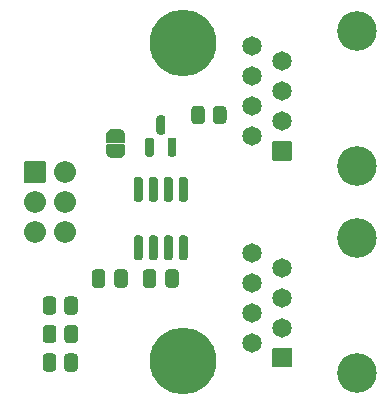
<source format=gts>
G04 #@! TF.GenerationSoftware,KiCad,Pcbnew,6.0.10-86aedd382b~118~ubuntu18.04.1*
G04 #@! TF.CreationDate,2025-04-04T15:15:07-06:00*
G04 #@! TF.ProjectId,mss-xcade-can,6d73732d-7863-4616-9465-2d63616e2e6b,rev?*
G04 #@! TF.SameCoordinates,Original*
G04 #@! TF.FileFunction,Soldermask,Top*
G04 #@! TF.FilePolarity,Negative*
%FSLAX46Y46*%
G04 Gerber Fmt 4.6, Leading zero omitted, Abs format (unit mm)*
G04 Created by KiCad (PCBNEW 6.0.10-86aedd382b~118~ubuntu18.04.1) date 2025-04-04 15:15:07*
%MOMM*%
%LPD*%
G01*
G04 APERTURE LIST*
%ADD10C,3.352400*%
%ADD11C,1.652400*%
%ADD12O,1.852400X1.852400*%
%ADD13C,5.652400*%
G04 APERTURE END LIST*
D10*
X106152000Y-129032000D03*
X106152000Y-117602000D03*
G36*
G01*
X100552000Y-128588200D02*
X99052000Y-128588200D01*
G75*
G02*
X98975800Y-128512000I0J76200D01*
G01*
X98975800Y-127012000D01*
G75*
G02*
X99052000Y-126935800I76200J0D01*
G01*
X100552000Y-126935800D01*
G75*
G02*
X100628200Y-127012000I0J-76200D01*
G01*
X100628200Y-128512000D01*
G75*
G02*
X100552000Y-128588200I-76200J0D01*
G01*
G37*
D11*
X97262000Y-126492000D03*
X99802000Y-125222000D03*
X97262000Y-123952000D03*
X99802000Y-122682000D03*
X97262000Y-121412000D03*
X99802000Y-120142000D03*
X97262000Y-118872000D03*
G36*
G01*
X88735000Y-128243200D02*
X88435000Y-128243200D01*
G75*
G02*
X88208800Y-128017000I0J226200D01*
G01*
X88208800Y-126842000D01*
G75*
G02*
X88435000Y-126615800I226200J0D01*
G01*
X88735000Y-126615800D01*
G75*
G02*
X88961200Y-126842000I0J-226200D01*
G01*
X88961200Y-128017000D01*
G75*
G02*
X88735000Y-128243200I-226200J0D01*
G01*
G37*
G36*
G01*
X90635000Y-128243200D02*
X90335000Y-128243200D01*
G75*
G02*
X90108800Y-128017000I0J226200D01*
G01*
X90108800Y-126842000D01*
G75*
G02*
X90335000Y-126615800I226200J0D01*
G01*
X90635000Y-126615800D01*
G75*
G02*
X90861200Y-126842000I0J-226200D01*
G01*
X90861200Y-128017000D01*
G75*
G02*
X90635000Y-128243200I-226200J0D01*
G01*
G37*
G36*
G01*
X89685000Y-126368200D02*
X89385000Y-126368200D01*
G75*
G02*
X89158800Y-126142000I0J226200D01*
G01*
X89158800Y-124967000D01*
G75*
G02*
X89385000Y-124740800I226200J0D01*
G01*
X89685000Y-124740800D01*
G75*
G02*
X89911200Y-124967000I0J-226200D01*
G01*
X89911200Y-126142000D01*
G75*
G02*
X89685000Y-126368200I-226200J0D01*
G01*
G37*
G36*
G01*
X77935800Y-130405000D02*
X77935800Y-128705000D01*
G75*
G02*
X78012000Y-128628800I76200J0D01*
G01*
X79712000Y-128628800D01*
G75*
G02*
X79788200Y-128705000I0J-76200D01*
G01*
X79788200Y-130405000D01*
G75*
G02*
X79712000Y-130481200I-76200J0D01*
G01*
X78012000Y-130481200D01*
G75*
G02*
X77935800Y-130405000I0J76200D01*
G01*
G37*
D12*
X81402000Y-129555000D03*
X78862000Y-132095000D03*
X81402000Y-132095000D03*
X78862000Y-134635000D03*
X81402000Y-134635000D03*
G36*
G01*
X79524800Y-141293000D02*
X79524800Y-140393000D01*
G75*
G02*
X79851000Y-140066800I326200J0D01*
G01*
X80376000Y-140066800D01*
G75*
G02*
X80702200Y-140393000I0J-326200D01*
G01*
X80702200Y-141293000D01*
G75*
G02*
X80376000Y-141619200I-326200J0D01*
G01*
X79851000Y-141619200D01*
G75*
G02*
X79524800Y-141293000I0J326200D01*
G01*
G37*
G36*
G01*
X81349800Y-141293000D02*
X81349800Y-140393000D01*
G75*
G02*
X81676000Y-140066800I326200J0D01*
G01*
X82201000Y-140066800D01*
G75*
G02*
X82527200Y-140393000I0J-326200D01*
G01*
X82527200Y-141293000D01*
G75*
G02*
X82201000Y-141619200I-326200J0D01*
G01*
X81676000Y-141619200D01*
G75*
G02*
X81349800Y-141293000I0J326200D01*
G01*
G37*
G36*
G01*
X83690800Y-139032000D02*
X83690800Y-138082000D01*
G75*
G02*
X84017000Y-137755800I326200J0D01*
G01*
X84517000Y-137755800D01*
G75*
G02*
X84843200Y-138082000I0J-326200D01*
G01*
X84843200Y-139032000D01*
G75*
G02*
X84517000Y-139358200I-326200J0D01*
G01*
X84017000Y-139358200D01*
G75*
G02*
X83690800Y-139032000I0J326200D01*
G01*
G37*
G36*
G01*
X85590800Y-139032000D02*
X85590800Y-138082000D01*
G75*
G02*
X85917000Y-137755800I326200J0D01*
G01*
X86417000Y-137755800D01*
G75*
G02*
X86743200Y-138082000I0J-326200D01*
G01*
X86743200Y-139032000D01*
G75*
G02*
X86417000Y-139358200I-326200J0D01*
G01*
X85917000Y-139358200D01*
G75*
G02*
X85590800Y-139032000I0J326200D01*
G01*
G37*
D13*
X91440000Y-145542000D03*
D10*
X106152000Y-146522500D03*
X106152000Y-135092500D03*
G36*
G01*
X100552000Y-146078700D02*
X99052000Y-146078700D01*
G75*
G02*
X98975800Y-146002500I0J76200D01*
G01*
X98975800Y-144502500D01*
G75*
G02*
X99052000Y-144426300I76200J0D01*
G01*
X100552000Y-144426300D01*
G75*
G02*
X100628200Y-144502500I0J-76200D01*
G01*
X100628200Y-146002500D01*
G75*
G02*
X100552000Y-146078700I-76200J0D01*
G01*
G37*
D11*
X97262000Y-143982500D03*
X99802000Y-142712500D03*
X97262000Y-141442500D03*
X99802000Y-140172500D03*
X97262000Y-138902500D03*
X99802000Y-137632500D03*
X97262000Y-136362500D03*
G36*
G01*
X82527200Y-142806000D02*
X82527200Y-143706000D01*
G75*
G02*
X82201000Y-144032200I-326200J0D01*
G01*
X81676000Y-144032200D01*
G75*
G02*
X81349800Y-143706000I0J326200D01*
G01*
X81349800Y-142806000D01*
G75*
G02*
X81676000Y-142479800I326200J0D01*
G01*
X82201000Y-142479800D01*
G75*
G02*
X82527200Y-142806000I0J-326200D01*
G01*
G37*
G36*
G01*
X80702200Y-142806000D02*
X80702200Y-143706000D01*
G75*
G02*
X80376000Y-144032200I-326200J0D01*
G01*
X79851000Y-144032200D01*
G75*
G02*
X79524800Y-143706000I0J326200D01*
G01*
X79524800Y-142806000D01*
G75*
G02*
X79851000Y-142479800I326200J0D01*
G01*
X80376000Y-142479800D01*
G75*
G02*
X80702200Y-142806000I0J-326200D01*
G01*
G37*
G36*
X84901627Y-127228020D02*
G01*
X84946768Y-127201958D01*
X84960000Y-127200800D01*
X86460000Y-127200800D01*
X86508980Y-127218627D01*
X86535042Y-127263768D01*
X86536200Y-127277000D01*
X86536200Y-127777000D01*
X86530983Y-127791334D01*
X86529755Y-127858337D01*
X86526301Y-127879664D01*
X86484026Y-128014979D01*
X86474725Y-128034480D01*
X86396170Y-128152490D01*
X86381769Y-128168596D01*
X86273250Y-128259816D01*
X86254908Y-128271233D01*
X86125149Y-128328328D01*
X86104340Y-128334138D01*
X85974932Y-128351060D01*
X85973232Y-128352042D01*
X85960000Y-128353200D01*
X85460000Y-128353200D01*
X85457934Y-128352448D01*
X85442167Y-128352256D01*
X85302090Y-128330445D01*
X85281430Y-128324128D01*
X85153105Y-128263880D01*
X85135047Y-128252018D01*
X85028789Y-128158174D01*
X85014787Y-128141721D01*
X84939139Y-128021826D01*
X84930317Y-128002105D01*
X84891360Y-127865798D01*
X84888427Y-127844392D01*
X84888718Y-127796745D01*
X84884958Y-127790232D01*
X84883800Y-127777000D01*
X84883800Y-127277000D01*
X84901627Y-127228020D01*
G37*
G36*
X84888925Y-126462919D02*
G01*
X84889293Y-126402630D01*
X84892487Y-126381262D01*
X84933106Y-126245441D01*
X84942168Y-126225828D01*
X85019275Y-126106866D01*
X85033478Y-126090585D01*
X85140875Y-125998047D01*
X85159076Y-125986408D01*
X85288128Y-125927731D01*
X85308865Y-125921667D01*
X85449198Y-125901570D01*
X85460000Y-125900800D01*
X85960000Y-125900800D01*
X85960929Y-125900806D01*
X85973145Y-125900955D01*
X85984858Y-125902005D01*
X86124659Y-125925525D01*
X86145242Y-125932094D01*
X86272821Y-125993906D01*
X86290732Y-126005987D01*
X86395836Y-126101122D01*
X86409637Y-126117745D01*
X86483814Y-126238555D01*
X86492394Y-126258383D01*
X86529683Y-126395156D01*
X86532353Y-126416596D01*
X86531598Y-126457802D01*
X86535042Y-126463768D01*
X86536200Y-126477000D01*
X86536200Y-126977000D01*
X86518373Y-127025980D01*
X86473232Y-127052042D01*
X86460000Y-127053200D01*
X84960000Y-127053200D01*
X84911020Y-127035373D01*
X84884958Y-126990232D01*
X84883800Y-126977000D01*
X84883800Y-126477000D01*
X84888925Y-126462919D01*
G37*
D13*
X91440000Y-118618000D03*
G36*
G01*
X91061200Y-138082000D02*
X91061200Y-139032000D01*
G75*
G02*
X90735000Y-139358200I-326200J0D01*
G01*
X90235000Y-139358200D01*
G75*
G02*
X89908800Y-139032000I0J326200D01*
G01*
X89908800Y-138082000D01*
G75*
G02*
X90235000Y-137755800I326200J0D01*
G01*
X90735000Y-137755800D01*
G75*
G02*
X91061200Y-138082000I0J-326200D01*
G01*
G37*
G36*
G01*
X89161200Y-138082000D02*
X89161200Y-139032000D01*
G75*
G02*
X88835000Y-139358200I-326200J0D01*
G01*
X88335000Y-139358200D01*
G75*
G02*
X88008800Y-139032000I0J326200D01*
G01*
X88008800Y-138082000D01*
G75*
G02*
X88335000Y-137755800I326200J0D01*
G01*
X88835000Y-137755800D01*
G75*
G02*
X89161200Y-138082000I0J-326200D01*
G01*
G37*
G36*
G01*
X95100200Y-124264000D02*
X95100200Y-125164000D01*
G75*
G02*
X94774000Y-125490200I-326200J0D01*
G01*
X94249000Y-125490200D01*
G75*
G02*
X93922800Y-125164000I0J326200D01*
G01*
X93922800Y-124264000D01*
G75*
G02*
X94249000Y-123937800I326200J0D01*
G01*
X94774000Y-123937800D01*
G75*
G02*
X95100200Y-124264000I0J-326200D01*
G01*
G37*
G36*
G01*
X93275200Y-124264000D02*
X93275200Y-125164000D01*
G75*
G02*
X92949000Y-125490200I-326200J0D01*
G01*
X92424000Y-125490200D01*
G75*
G02*
X92097800Y-125164000I0J326200D01*
G01*
X92097800Y-124264000D01*
G75*
G02*
X92424000Y-123937800I326200J0D01*
G01*
X92949000Y-123937800D01*
G75*
G02*
X93275200Y-124264000I0J-326200D01*
G01*
G37*
G36*
G01*
X79524800Y-146119000D02*
X79524800Y-145219000D01*
G75*
G02*
X79851000Y-144892800I326200J0D01*
G01*
X80376000Y-144892800D01*
G75*
G02*
X80702200Y-145219000I0J-326200D01*
G01*
X80702200Y-146119000D01*
G75*
G02*
X80376000Y-146445200I-326200J0D01*
G01*
X79851000Y-146445200D01*
G75*
G02*
X79524800Y-146119000I0J326200D01*
G01*
G37*
G36*
G01*
X81349800Y-146119000D02*
X81349800Y-145219000D01*
G75*
G02*
X81676000Y-144892800I326200J0D01*
G01*
X82201000Y-144892800D01*
G75*
G02*
X82527200Y-145219000I0J-326200D01*
G01*
X82527200Y-146119000D01*
G75*
G02*
X82201000Y-146445200I-326200J0D01*
G01*
X81676000Y-146445200D01*
G75*
G02*
X81349800Y-146119000I0J326200D01*
G01*
G37*
G36*
G01*
X87780000Y-137003200D02*
X87480000Y-137003200D01*
G75*
G02*
X87253800Y-136777000I0J226200D01*
G01*
X87253800Y-135127000D01*
G75*
G02*
X87480000Y-134900800I226200J0D01*
G01*
X87780000Y-134900800D01*
G75*
G02*
X88006200Y-135127000I0J-226200D01*
G01*
X88006200Y-136777000D01*
G75*
G02*
X87780000Y-137003200I-226200J0D01*
G01*
G37*
G36*
G01*
X89050000Y-137003200D02*
X88750000Y-137003200D01*
G75*
G02*
X88523800Y-136777000I0J226200D01*
G01*
X88523800Y-135127000D01*
G75*
G02*
X88750000Y-134900800I226200J0D01*
G01*
X89050000Y-134900800D01*
G75*
G02*
X89276200Y-135127000I0J-226200D01*
G01*
X89276200Y-136777000D01*
G75*
G02*
X89050000Y-137003200I-226200J0D01*
G01*
G37*
G36*
G01*
X90320000Y-137003200D02*
X90020000Y-137003200D01*
G75*
G02*
X89793800Y-136777000I0J226200D01*
G01*
X89793800Y-135127000D01*
G75*
G02*
X90020000Y-134900800I226200J0D01*
G01*
X90320000Y-134900800D01*
G75*
G02*
X90546200Y-135127000I0J-226200D01*
G01*
X90546200Y-136777000D01*
G75*
G02*
X90320000Y-137003200I-226200J0D01*
G01*
G37*
G36*
G01*
X91590000Y-137003200D02*
X91290000Y-137003200D01*
G75*
G02*
X91063800Y-136777000I0J226200D01*
G01*
X91063800Y-135127000D01*
G75*
G02*
X91290000Y-134900800I226200J0D01*
G01*
X91590000Y-134900800D01*
G75*
G02*
X91816200Y-135127000I0J-226200D01*
G01*
X91816200Y-136777000D01*
G75*
G02*
X91590000Y-137003200I-226200J0D01*
G01*
G37*
G36*
G01*
X91590000Y-132053200D02*
X91290000Y-132053200D01*
G75*
G02*
X91063800Y-131827000I0J226200D01*
G01*
X91063800Y-130177000D01*
G75*
G02*
X91290000Y-129950800I226200J0D01*
G01*
X91590000Y-129950800D01*
G75*
G02*
X91816200Y-130177000I0J-226200D01*
G01*
X91816200Y-131827000D01*
G75*
G02*
X91590000Y-132053200I-226200J0D01*
G01*
G37*
G36*
G01*
X90320000Y-132053200D02*
X90020000Y-132053200D01*
G75*
G02*
X89793800Y-131827000I0J226200D01*
G01*
X89793800Y-130177000D01*
G75*
G02*
X90020000Y-129950800I226200J0D01*
G01*
X90320000Y-129950800D01*
G75*
G02*
X90546200Y-130177000I0J-226200D01*
G01*
X90546200Y-131827000D01*
G75*
G02*
X90320000Y-132053200I-226200J0D01*
G01*
G37*
G36*
G01*
X89050000Y-132053200D02*
X88750000Y-132053200D01*
G75*
G02*
X88523800Y-131827000I0J226200D01*
G01*
X88523800Y-130177000D01*
G75*
G02*
X88750000Y-129950800I226200J0D01*
G01*
X89050000Y-129950800D01*
G75*
G02*
X89276200Y-130177000I0J-226200D01*
G01*
X89276200Y-131827000D01*
G75*
G02*
X89050000Y-132053200I-226200J0D01*
G01*
G37*
G36*
G01*
X87780000Y-132053200D02*
X87480000Y-132053200D01*
G75*
G02*
X87253800Y-131827000I0J226200D01*
G01*
X87253800Y-130177000D01*
G75*
G02*
X87480000Y-129950800I226200J0D01*
G01*
X87780000Y-129950800D01*
G75*
G02*
X88006200Y-130177000I0J-226200D01*
G01*
X88006200Y-131827000D01*
G75*
G02*
X87780000Y-132053200I-226200J0D01*
G01*
G37*
M02*

</source>
